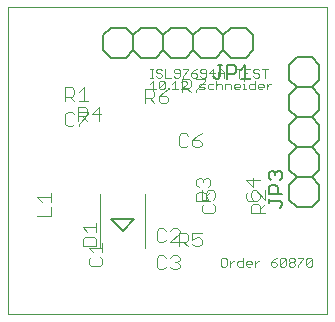
<source format=gto>
G75*
G70*
%OFA0B0*%
%FSLAX24Y24*%
%IPPOS*%
%LPD*%
%AMOC8*
5,1,8,0,0,1.08239X$1,22.5*
%
%ADD10C,0.0000*%
%ADD11C,0.0030*%
%ADD12C,0.0040*%
%ADD13C,0.0080*%
%ADD14C,0.0060*%
%ADD15C,0.0050*%
D10*
X000100Y000100D02*
X010730Y000100D01*
X010730Y010336D01*
X000100Y010336D01*
X000100Y000100D01*
D11*
X007202Y001738D02*
X007250Y001690D01*
X007347Y001690D01*
X007395Y001738D01*
X007395Y001932D01*
X007347Y001980D01*
X007250Y001980D01*
X007202Y001932D01*
X007202Y001738D01*
X007496Y001690D02*
X007496Y001883D01*
X007496Y001787D02*
X007593Y001883D01*
X007641Y001883D01*
X007742Y001835D02*
X007790Y001883D01*
X007935Y001883D01*
X007935Y001980D02*
X007935Y001690D01*
X007790Y001690D01*
X007742Y001738D01*
X007742Y001835D01*
X008036Y001835D02*
X008036Y001738D01*
X008085Y001690D01*
X008182Y001690D01*
X008230Y001787D02*
X008036Y001787D01*
X008036Y001835D02*
X008085Y001883D01*
X008182Y001883D01*
X008230Y001835D01*
X008230Y001787D01*
X008331Y001787D02*
X008428Y001883D01*
X008476Y001883D01*
X008331Y001883D02*
X008331Y001690D01*
X008871Y001738D02*
X008920Y001690D01*
X009016Y001690D01*
X009065Y001738D01*
X009065Y001787D01*
X009016Y001835D01*
X008871Y001835D01*
X008871Y001738D01*
X008871Y001835D02*
X008968Y001932D01*
X009065Y001980D01*
X009166Y001932D02*
X009214Y001980D01*
X009311Y001980D01*
X009359Y001932D01*
X009166Y001738D01*
X009214Y001690D01*
X009311Y001690D01*
X009359Y001738D01*
X009359Y001932D01*
X009461Y001932D02*
X009461Y001883D01*
X009509Y001835D01*
X009606Y001835D01*
X009654Y001787D01*
X009654Y001738D01*
X009606Y001690D01*
X009509Y001690D01*
X009461Y001738D01*
X009461Y001787D01*
X009509Y001835D01*
X009606Y001835D02*
X009654Y001883D01*
X009654Y001932D01*
X009606Y001980D01*
X009509Y001980D01*
X009461Y001932D01*
X009166Y001932D02*
X009166Y001738D01*
X009755Y001738D02*
X009755Y001690D01*
X009755Y001738D02*
X009949Y001932D01*
X009949Y001980D01*
X009755Y001980D01*
X010050Y001932D02*
X010050Y001738D01*
X010243Y001932D01*
X010243Y001738D01*
X010195Y001690D01*
X010098Y001690D01*
X010050Y001738D01*
X010050Y001932D02*
X010098Y001980D01*
X010195Y001980D01*
X010243Y001932D01*
X008719Y007595D02*
X008719Y007789D01*
X008816Y007789D02*
X008864Y007789D01*
X008816Y007789D02*
X008719Y007692D01*
X008618Y007692D02*
X008618Y007740D01*
X008569Y007789D01*
X008473Y007789D01*
X008424Y007740D01*
X008424Y007644D01*
X008473Y007595D01*
X008569Y007595D01*
X008618Y007692D02*
X008424Y007692D01*
X008323Y007595D02*
X008178Y007595D01*
X008130Y007644D01*
X008130Y007740D01*
X008178Y007789D01*
X008323Y007789D01*
X008323Y007886D02*
X008323Y007595D01*
X008030Y007595D02*
X007933Y007595D01*
X007982Y007595D02*
X007982Y007789D01*
X007933Y007789D01*
X007982Y007886D02*
X007982Y007934D01*
X007982Y007989D02*
X008176Y007989D01*
X008277Y008037D02*
X008325Y007989D01*
X008422Y007989D01*
X008471Y008037D01*
X008471Y008086D01*
X008422Y008134D01*
X008325Y008134D01*
X008277Y008183D01*
X008277Y008231D01*
X008325Y008279D01*
X008422Y008279D01*
X008471Y008231D01*
X008572Y008279D02*
X008765Y008279D01*
X008668Y008279D02*
X008668Y007989D01*
X008176Y008279D02*
X007982Y008279D01*
X007982Y007989D01*
X007982Y008134D02*
X008079Y008134D01*
X007881Y008279D02*
X007688Y008279D01*
X007784Y008279D02*
X007784Y007989D01*
X007784Y007789D02*
X007687Y007789D01*
X007639Y007740D01*
X007639Y007644D01*
X007687Y007595D01*
X007784Y007595D01*
X007832Y007692D02*
X007639Y007692D01*
X007537Y007740D02*
X007537Y007595D01*
X007537Y007740D02*
X007489Y007789D01*
X007344Y007789D01*
X007344Y007595D01*
X007243Y007595D02*
X007243Y007740D01*
X007194Y007789D01*
X007098Y007789D01*
X007049Y007740D01*
X006948Y007789D02*
X006803Y007789D01*
X006755Y007740D01*
X006755Y007644D01*
X006803Y007595D01*
X006948Y007595D01*
X007049Y007595D02*
X007049Y007886D01*
X007098Y007989D02*
X007098Y008183D01*
X007195Y008279D01*
X007292Y008183D01*
X007292Y007989D01*
X007292Y008134D02*
X007098Y008134D01*
X006997Y008134D02*
X006804Y008134D01*
X006949Y008279D01*
X006949Y007989D01*
X006703Y008037D02*
X006703Y008231D01*
X006654Y008279D01*
X006557Y008279D01*
X006509Y008231D01*
X006509Y008183D01*
X006557Y008134D01*
X006703Y008134D01*
X006703Y008037D02*
X006654Y007989D01*
X006557Y007989D01*
X006509Y008037D01*
X006408Y008037D02*
X006360Y007989D01*
X006263Y007989D01*
X006214Y008037D01*
X006214Y008134D01*
X006360Y008134D01*
X006408Y008086D01*
X006408Y008037D01*
X006311Y008231D02*
X006214Y008134D01*
X006311Y008231D02*
X006408Y008279D01*
X006113Y008279D02*
X006113Y008231D01*
X005920Y008037D01*
X005920Y007989D01*
X005919Y007886D02*
X005871Y007837D01*
X005919Y007886D02*
X006016Y007886D01*
X006064Y007837D01*
X006064Y007789D01*
X005871Y007595D01*
X006064Y007595D01*
X005770Y007595D02*
X005576Y007595D01*
X005673Y007595D02*
X005673Y007886D01*
X005576Y007789D01*
X005477Y007644D02*
X005477Y007595D01*
X005429Y007595D01*
X005429Y007644D01*
X005477Y007644D01*
X005328Y007644D02*
X005328Y007837D01*
X005134Y007644D01*
X005182Y007595D01*
X005279Y007595D01*
X005328Y007644D01*
X005134Y007644D02*
X005134Y007837D01*
X005182Y007886D01*
X005279Y007886D01*
X005328Y007837D01*
X005330Y007989D02*
X005524Y007989D01*
X005625Y008037D02*
X005674Y007989D01*
X005770Y007989D01*
X005819Y008037D01*
X005819Y008231D01*
X005770Y008279D01*
X005674Y008279D01*
X005625Y008231D01*
X005625Y008183D01*
X005674Y008134D01*
X005819Y008134D01*
X005920Y008279D02*
X006113Y008279D01*
X006508Y007789D02*
X006653Y007789D01*
X006605Y007692D02*
X006508Y007692D01*
X006460Y007740D01*
X006508Y007789D01*
X006605Y007692D02*
X006653Y007644D01*
X006605Y007595D01*
X006460Y007595D01*
X005330Y007989D02*
X005330Y008279D01*
X005229Y008231D02*
X005181Y008279D01*
X005084Y008279D01*
X005036Y008231D01*
X005036Y008183D01*
X005084Y008134D01*
X005181Y008134D01*
X005229Y008086D01*
X005229Y008037D01*
X005181Y007989D01*
X005084Y007989D01*
X005036Y008037D01*
X004936Y007989D02*
X004839Y007989D01*
X004888Y007989D02*
X004888Y008279D01*
X004936Y008279D02*
X004839Y008279D01*
X004936Y007886D02*
X004936Y007595D01*
X004839Y007595D02*
X005033Y007595D01*
X004839Y007789D02*
X004936Y007886D01*
X007784Y007789D02*
X007832Y007740D01*
X007832Y007692D01*
D12*
X006661Y007880D02*
X006354Y007573D01*
X006354Y007496D01*
X006201Y007496D02*
X006047Y007649D01*
X006124Y007649D02*
X006201Y007726D01*
X006201Y007880D01*
X006124Y007956D01*
X005894Y007956D01*
X005894Y007496D01*
X005894Y007649D02*
X006124Y007649D01*
X006354Y007956D02*
X006661Y007956D01*
X006661Y007880D01*
X005440Y007602D02*
X005287Y007525D01*
X005134Y007372D01*
X005364Y007372D01*
X005440Y007295D01*
X005440Y007218D01*
X005364Y007142D01*
X005210Y007142D01*
X005134Y007218D01*
X005134Y007372D01*
X004980Y007372D02*
X004980Y007525D01*
X004903Y007602D01*
X004673Y007602D01*
X004673Y007142D01*
X004673Y007295D02*
X004903Y007295D01*
X004980Y007372D01*
X004827Y007295D02*
X004980Y007142D01*
X005865Y006130D02*
X005788Y006053D01*
X005788Y005746D01*
X005865Y005669D01*
X006018Y005669D01*
X006095Y005746D01*
X006248Y005746D02*
X006325Y005669D01*
X006478Y005669D01*
X006555Y005746D01*
X006555Y005823D01*
X006478Y005899D01*
X006248Y005899D01*
X006248Y005746D01*
X006248Y005899D02*
X006402Y006053D01*
X006555Y006130D01*
X006095Y006053D02*
X006018Y006130D01*
X005865Y006130D01*
X006454Y004653D02*
X006531Y004653D01*
X006608Y004576D01*
X006684Y004653D01*
X006761Y004653D01*
X006838Y004576D01*
X006838Y004423D01*
X006761Y004346D01*
X006781Y004232D02*
X006934Y004232D01*
X007011Y004156D01*
X007011Y004002D01*
X006934Y003925D01*
X006838Y003886D02*
X006377Y003886D01*
X006377Y004116D01*
X006454Y004193D01*
X006608Y004193D01*
X006684Y004116D01*
X006684Y003886D01*
X006781Y003925D02*
X006551Y003925D01*
X006551Y004232D01*
X006454Y004346D02*
X006377Y004423D01*
X006377Y004576D01*
X006454Y004653D01*
X006608Y004576D02*
X006608Y004500D01*
X006781Y004232D02*
X006704Y004156D01*
X006704Y004079D01*
X006781Y003925D01*
X006684Y004039D02*
X006838Y004193D01*
X006934Y003772D02*
X007011Y003695D01*
X007011Y003542D01*
X006934Y003465D01*
X006627Y003465D01*
X006551Y003542D01*
X006551Y003695D01*
X006627Y003772D01*
X005744Y002970D02*
X005820Y002893D01*
X005820Y002817D01*
X005513Y002510D01*
X005820Y002510D01*
X005788Y002516D02*
X006018Y002516D01*
X006095Y002592D01*
X006095Y002746D01*
X006018Y002823D01*
X005788Y002823D01*
X005788Y002362D01*
X005941Y002516D02*
X006095Y002362D01*
X006248Y002439D02*
X006325Y002362D01*
X006478Y002362D01*
X006555Y002439D01*
X006555Y002592D01*
X006478Y002669D01*
X006402Y002669D01*
X006248Y002592D01*
X006248Y002823D01*
X006555Y002823D01*
X005744Y002970D02*
X005590Y002970D01*
X005513Y002893D01*
X005360Y002893D02*
X005283Y002970D01*
X005130Y002970D01*
X005053Y002893D01*
X005053Y002586D01*
X005130Y002510D01*
X005283Y002510D01*
X005360Y002586D01*
X005283Y002065D02*
X005130Y002065D01*
X005053Y001988D01*
X005053Y001681D01*
X005130Y001604D01*
X005283Y001604D01*
X005360Y001681D01*
X005513Y001681D02*
X005590Y001604D01*
X005744Y001604D01*
X005820Y001681D01*
X005820Y001758D01*
X005744Y001834D01*
X005667Y001834D01*
X005744Y001834D02*
X005820Y001911D01*
X005820Y001988D01*
X005744Y002065D01*
X005590Y002065D01*
X005513Y001988D01*
X005360Y001988D02*
X005283Y002065D01*
X004669Y002320D02*
X004669Y004100D01*
X003169Y004100D02*
X003169Y002320D01*
X003245Y002321D02*
X002785Y002321D01*
X002938Y002167D01*
X002862Y002014D02*
X002785Y001937D01*
X002785Y001784D01*
X002862Y001707D01*
X003169Y001707D01*
X003245Y001784D01*
X003245Y001937D01*
X003169Y002014D01*
X003245Y002167D02*
X003245Y002474D01*
X003049Y002380D02*
X003049Y002610D01*
X002972Y002687D01*
X002665Y002687D01*
X002589Y002610D01*
X002589Y002380D01*
X003049Y002380D01*
X003049Y002841D02*
X003049Y003148D01*
X003049Y002994D02*
X002589Y002994D01*
X002742Y002841D01*
X001535Y003386D02*
X001535Y003693D01*
X001535Y003846D02*
X001535Y004153D01*
X001535Y004000D02*
X001074Y004000D01*
X001228Y003846D01*
X001074Y003386D02*
X001535Y003386D01*
X002085Y006378D02*
X002008Y006455D01*
X002008Y006762D01*
X002085Y006838D01*
X002238Y006838D01*
X002315Y006762D01*
X002429Y006705D02*
X002659Y006705D01*
X002736Y006781D01*
X002736Y006935D01*
X002659Y007011D01*
X002429Y007011D01*
X002429Y006551D01*
X002469Y006455D02*
X002469Y006378D01*
X002469Y006455D02*
X002776Y006762D01*
X002776Y006838D01*
X002469Y006838D01*
X002583Y006705D02*
X002736Y006551D01*
X002889Y006781D02*
X003196Y006781D01*
X003120Y006551D02*
X003120Y007011D01*
X002889Y006781D01*
X002776Y007205D02*
X002469Y007205D01*
X002315Y007205D02*
X002162Y007358D01*
X002238Y007358D02*
X002008Y007358D01*
X002008Y007205D02*
X002008Y007665D01*
X002238Y007665D01*
X002315Y007588D01*
X002315Y007435D01*
X002238Y007358D01*
X002469Y007512D02*
X002622Y007665D01*
X002622Y007205D01*
X002315Y006455D02*
X002238Y006378D01*
X002085Y006378D01*
X008031Y004576D02*
X008261Y004346D01*
X008261Y004653D01*
X008491Y004576D02*
X008031Y004576D01*
X008108Y004193D02*
X008031Y004116D01*
X008031Y003962D01*
X008108Y003886D01*
X008415Y003886D01*
X008491Y003962D01*
X008491Y004116D01*
X008415Y004193D01*
X008358Y004232D02*
X008281Y004232D01*
X008204Y004156D01*
X008204Y004002D01*
X008281Y003925D01*
X008281Y003772D02*
X008434Y003772D01*
X008511Y003695D01*
X008511Y003465D01*
X008511Y003618D02*
X008665Y003772D01*
X008665Y003925D02*
X008358Y004232D01*
X008665Y004232D02*
X008665Y003925D01*
X008281Y003772D02*
X008204Y003695D01*
X008204Y003465D01*
X008665Y003465D01*
D13*
X004313Y003286D02*
X003525Y003286D01*
X003919Y002883D01*
X004313Y003286D01*
D14*
X009482Y003913D02*
X009732Y003663D01*
X010232Y003663D01*
X010482Y003913D01*
X010482Y004413D01*
X010232Y004663D01*
X010482Y004913D01*
X010482Y005413D01*
X010232Y005663D01*
X009732Y005663D01*
X009482Y005413D01*
X009482Y004913D01*
X009732Y004663D01*
X010232Y004663D01*
X009732Y004663D02*
X009482Y004413D01*
X009482Y003913D01*
X009732Y005663D02*
X009482Y005913D01*
X009482Y006413D01*
X009732Y006663D01*
X009482Y006913D01*
X009482Y007413D01*
X009732Y007663D01*
X009482Y007913D01*
X009482Y008413D01*
X009732Y008663D01*
X010232Y008663D01*
X010482Y008413D01*
X010482Y007913D01*
X010232Y007663D01*
X010482Y007413D01*
X010482Y006913D01*
X010232Y006663D01*
X010482Y006413D01*
X010482Y005913D01*
X010232Y005663D01*
X010232Y006663D02*
X009732Y006663D01*
X009732Y007663D02*
X010232Y007663D01*
X008269Y008905D02*
X008019Y008655D01*
X007519Y008655D01*
X007269Y008905D01*
X007019Y008655D01*
X006519Y008655D01*
X006269Y008905D01*
X006269Y009405D01*
X006519Y009655D01*
X007019Y009655D01*
X007269Y009405D01*
X007519Y009655D01*
X008019Y009655D01*
X008269Y009405D01*
X008269Y008905D01*
X007269Y008905D02*
X007269Y009405D01*
X006269Y009405D02*
X006019Y009655D01*
X005519Y009655D01*
X005269Y009405D01*
X005019Y009655D01*
X004519Y009655D01*
X004269Y009405D01*
X004019Y009655D01*
X003519Y009655D01*
X003269Y009405D01*
X003269Y008905D01*
X003519Y008655D01*
X004019Y008655D01*
X004269Y008905D01*
X004269Y009405D01*
X004269Y008905D02*
X004519Y008655D01*
X005019Y008655D01*
X005269Y008905D01*
X005269Y009405D01*
X005269Y008905D02*
X005519Y008655D01*
X006019Y008655D01*
X006269Y008905D01*
D15*
X007093Y008411D02*
X007243Y008411D01*
X007168Y008411D02*
X007168Y008035D01*
X007093Y007960D01*
X007018Y007960D01*
X006943Y008035D01*
X007404Y007960D02*
X007404Y008411D01*
X007629Y008411D01*
X007704Y008335D01*
X007704Y008185D01*
X007629Y008110D01*
X007404Y008110D01*
X007864Y007960D02*
X008164Y007960D01*
X008014Y007960D02*
X008014Y008411D01*
X007864Y008260D01*
X008862Y004879D02*
X008787Y004804D01*
X008787Y004654D01*
X008862Y004579D01*
X008862Y004419D02*
X009012Y004419D01*
X009087Y004344D01*
X009087Y004118D01*
X009237Y004118D02*
X008787Y004118D01*
X008787Y004344D01*
X008862Y004419D01*
X009162Y004579D02*
X009237Y004654D01*
X009237Y004804D01*
X009162Y004879D01*
X009087Y004879D01*
X009012Y004804D01*
X009012Y004729D01*
X009012Y004804D02*
X008937Y004879D01*
X008862Y004879D01*
X008787Y003958D02*
X008787Y003808D01*
X008787Y003883D02*
X009162Y003883D01*
X009237Y003808D01*
X009237Y003733D01*
X009162Y003658D01*
M02*

</source>
